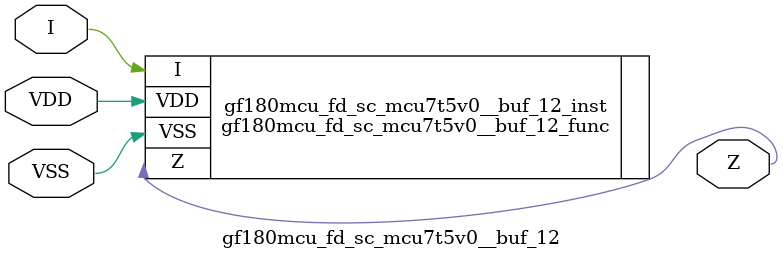
<source format=v>

module gf180mcu_fd_sc_mcu7t5v0__buf_12( I, Z, VDD, VSS );
input I;
inout VDD, VSS;
output Z;

   `ifdef FUNCTIONAL  //  functional //

	gf180mcu_fd_sc_mcu7t5v0__buf_12_func gf180mcu_fd_sc_mcu7t5v0__buf_12_behav_inst(.I(I),.Z(Z),.VDD(VDD),.VSS(VSS));

   `else

	gf180mcu_fd_sc_mcu7t5v0__buf_12_func gf180mcu_fd_sc_mcu7t5v0__buf_12_inst(.I(I),.Z(Z),.VDD(VDD),.VSS(VSS));

	// spec_gates_begin


	// spec_gates_end



   specify

	// specify_block_begin

	// comb arc I --> Z
	 (I => Z) = (1.0,1.0);

	// specify_block_end

   endspecify

   `endif

endmodule

</source>
